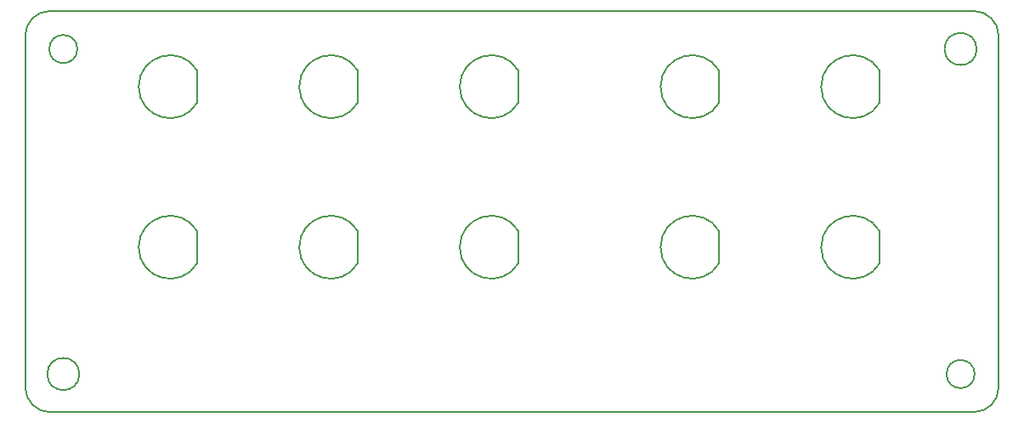
<source format=gko>
G04 #@! TF.FileFunction,Profile,NP*
%FSLAX46Y46*%
G04 Gerber Fmt 4.6, Leading zero omitted, Abs format (unit mm)*
G04 Created by KiCad (PCBNEW no-bzr-kicad_new3d-viewer) date 07/10/16 17:34:00*
%MOMM*%
%LPD*%
G01*
G04 APERTURE LIST*
%ADD10C,0.150000*%
G04 APERTURE END LIST*
D10*
X38856034Y-73494890D02*
G75*
G03X38856034Y-73494890I-1600000J0D01*
G01*
X35956034Y-77294890D02*
G75*
G02X33456034Y-74794890I0J2500000D01*
G01*
X128056034Y-73494890D02*
G75*
G03X128056034Y-73494890I-1400000J0D01*
G01*
X130456034Y-74794890D02*
G75*
G02X127956034Y-77294890I-2500000J0D01*
G01*
X128256034Y-41094890D02*
G75*
G03X128256034Y-41094890I-1600000J0D01*
G01*
X127956034Y-37294890D02*
G75*
G02X130456034Y-39794890I0J-2500000D01*
G01*
X33456034Y-39794890D02*
G75*
G02X35956034Y-37294890I2500000J0D01*
G01*
X38656034Y-41094890D02*
G75*
G03X38656034Y-41094890I-1400000J0D01*
G01*
X33456034Y-39794890D02*
X33456034Y-74794890D01*
X130456034Y-74794890D02*
X130456034Y-39794890D01*
X127956034Y-77294890D02*
X35956034Y-77294890D01*
X127956034Y-37294890D02*
X35956034Y-37294890D01*
X118611308Y-62430762D02*
G75*
G02X118600000Y-59250000I-2711308J1580762D01*
G01*
X118600000Y-59250000D02*
X118610000Y-62430000D01*
X102611308Y-62430762D02*
G75*
G02X102600000Y-59250000I-2711308J1580762D01*
G01*
X102600000Y-59250000D02*
X102610000Y-62430000D01*
X118611308Y-46430762D02*
G75*
G02X118600000Y-43250000I-2711308J1580762D01*
G01*
X118600000Y-43250000D02*
X118610000Y-46430000D01*
X102611308Y-46430762D02*
G75*
G02X102600000Y-43250000I-2711308J1580762D01*
G01*
X102600000Y-43250000D02*
X102610000Y-46430000D01*
X82611308Y-62430762D02*
G75*
G02X82600000Y-59250000I-2711308J1580762D01*
G01*
X82600000Y-59250000D02*
X82610000Y-62430000D01*
X66611308Y-62430762D02*
G75*
G02X66600000Y-59250000I-2711308J1580762D01*
G01*
X66600000Y-59250000D02*
X66610000Y-62430000D01*
X50611308Y-62430762D02*
G75*
G02X50600000Y-59250000I-2711308J1580762D01*
G01*
X50600000Y-59250000D02*
X50610000Y-62430000D01*
X82611308Y-46430762D02*
G75*
G02X82600000Y-43250000I-2711308J1580762D01*
G01*
X82600000Y-43250000D02*
X82610000Y-46430000D01*
X66611308Y-46430762D02*
G75*
G02X66600000Y-43250000I-2711308J1580762D01*
G01*
X66600000Y-43250000D02*
X66610000Y-46430000D01*
X50611308Y-46430762D02*
G75*
G02X50600000Y-43250000I-2711308J1580762D01*
G01*
X50600000Y-43250000D02*
X50610000Y-46430000D01*
M02*

</source>
